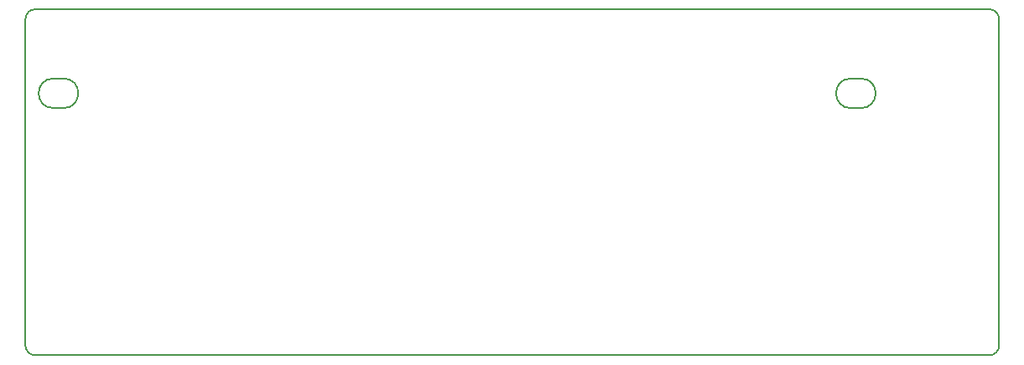
<source format=gbr>
G04 #@! TF.GenerationSoftware,KiCad,Pcbnew,(5.0.1-3-g963ef8bb5)*
G04 #@! TF.CreationDate,2019-03-09T14:34:52+08:00*
G04 #@! TF.ProjectId,fc660c,6663363630632E6B696361645F706362,rev?*
G04 #@! TF.SameCoordinates,Original*
G04 #@! TF.FileFunction,Profile,NP*
%FSLAX46Y46*%
G04 Gerber Fmt 4.6, Leading zero omitted, Abs format (unit mm)*
G04 Created by KiCad (PCBNEW (5.0.1-3-g963ef8bb5)) date 2019 March 09, Saturday 14:34:52*
%MOMM*%
%LPD*%
G01*
G04 APERTURE LIST*
%ADD10C,0.200000*%
G04 APERTURE END LIST*
D10*
X245801100Y-70003600D02*
G75*
G02X246801100Y-71003600I0J-1000000D01*
G01*
X246801100Y-104003600D02*
G75*
G02X245801100Y-105003600I-1000000J0D01*
G01*
X149501100Y-105003600D02*
G75*
G02X148501100Y-104003600I0J1000000D01*
G01*
X148501100Y-71003600D02*
G75*
G02X149501100Y-70003600I1000000J0D01*
G01*
X232841100Y-80003600D02*
X231841100Y-80003600D01*
X232841100Y-77003600D02*
X231841100Y-77003600D01*
X232841100Y-77003600D02*
G75*
G02X232841100Y-80003600I0J-1500000D01*
G01*
X231841100Y-80003600D02*
G75*
G02X231841100Y-77003600I0J1500000D01*
G01*
X152341100Y-80003600D02*
X151341100Y-80003600D01*
X152341100Y-77003600D02*
X151341100Y-77003600D01*
X152341100Y-77003600D02*
G75*
G02X152341100Y-80003600I0J-1500000D01*
G01*
X151341100Y-80003600D02*
G75*
G02X151341100Y-77003600I0J1500000D01*
G01*
X245801100Y-105003600D02*
X149501100Y-105003600D01*
X246801100Y-71003600D02*
X246801100Y-104003600D01*
X149501100Y-70003600D02*
X245801100Y-70003600D01*
X148501100Y-104003600D02*
X148501100Y-71003600D01*
M02*

</source>
